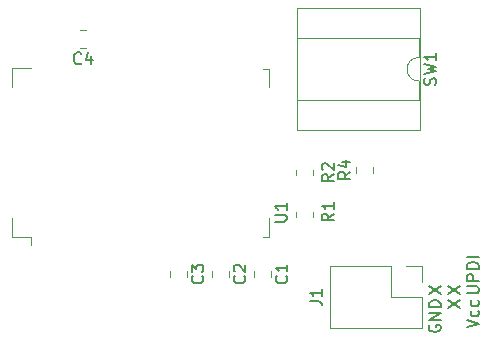
<source format=gbr>
%TF.GenerationSoftware,KiCad,Pcbnew,(6.0.1)*%
%TF.CreationDate,2022-03-15T19:28:32-04:00*%
%TF.ProjectId,WiFi-Board,57694669-2d42-46f6-9172-642e6b696361,rev?*%
%TF.SameCoordinates,Original*%
%TF.FileFunction,Legend,Top*%
%TF.FilePolarity,Positive*%
%FSLAX46Y46*%
G04 Gerber Fmt 4.6, Leading zero omitted, Abs format (unit mm)*
G04 Created by KiCad (PCBNEW (6.0.1)) date 2022-03-15 19:28:32*
%MOMM*%
%LPD*%
G01*
G04 APERTURE LIST*
%ADD10C,0.150000*%
%ADD11C,0.120000*%
G04 APERTURE END LIST*
D10*
X132002000Y-128367214D02*
X131954380Y-128462452D01*
X131954380Y-128605309D01*
X132002000Y-128748166D01*
X132097238Y-128843404D01*
X132192476Y-128891023D01*
X132382952Y-128938642D01*
X132525809Y-128938642D01*
X132716285Y-128891023D01*
X132811523Y-128843404D01*
X132906761Y-128748166D01*
X132954380Y-128605309D01*
X132954380Y-128510071D01*
X132906761Y-128367214D01*
X132859142Y-128319595D01*
X132525809Y-128319595D01*
X132525809Y-128510071D01*
X132954380Y-127891023D02*
X131954380Y-127891023D01*
X132954380Y-127319595D01*
X131954380Y-127319595D01*
X132954380Y-126843404D02*
X131954380Y-126843404D01*
X131954380Y-126605309D01*
X132002000Y-126462452D01*
X132097238Y-126367214D01*
X132192476Y-126319595D01*
X132382952Y-126271976D01*
X132525809Y-126271976D01*
X132716285Y-126319595D01*
X132811523Y-126367214D01*
X132906761Y-126462452D01*
X132954380Y-126605309D01*
X132954380Y-126843404D01*
X133564380Y-126891023D02*
X134564380Y-126224357D01*
X133564380Y-126224357D02*
X134564380Y-126891023D01*
X135174380Y-128557690D02*
X136174380Y-128224357D01*
X135174380Y-127891023D01*
X136126761Y-127129119D02*
X136174380Y-127224357D01*
X136174380Y-127414833D01*
X136126761Y-127510071D01*
X136079142Y-127557690D01*
X135983904Y-127605309D01*
X135698190Y-127605309D01*
X135602952Y-127557690D01*
X135555333Y-127510071D01*
X135507714Y-127414833D01*
X135507714Y-127224357D01*
X135555333Y-127129119D01*
X136126761Y-126271976D02*
X136174380Y-126367214D01*
X136174380Y-126557690D01*
X136126761Y-126652928D01*
X136079142Y-126700547D01*
X135983904Y-126748166D01*
X135698190Y-126748166D01*
X135602952Y-126700547D01*
X135555333Y-126652928D01*
X135507714Y-126557690D01*
X135507714Y-126367214D01*
X135555333Y-126271976D01*
X131954380Y-125743642D02*
X132954380Y-125076976D01*
X131954380Y-125076976D02*
X132954380Y-125743642D01*
X133564380Y-125743642D02*
X134564380Y-125076976D01*
X133564380Y-125076976D02*
X134564380Y-125743642D01*
X135174380Y-125648404D02*
X135983904Y-125648404D01*
X136079142Y-125600785D01*
X136126761Y-125553166D01*
X136174380Y-125457928D01*
X136174380Y-125267452D01*
X136126761Y-125172214D01*
X136079142Y-125124595D01*
X135983904Y-125076976D01*
X135174380Y-125076976D01*
X136174380Y-124600785D02*
X135174380Y-124600785D01*
X135174380Y-124219833D01*
X135222000Y-124124595D01*
X135269619Y-124076976D01*
X135364857Y-124029357D01*
X135507714Y-124029357D01*
X135602952Y-124076976D01*
X135650571Y-124124595D01*
X135698190Y-124219833D01*
X135698190Y-124600785D01*
X136174380Y-123600785D02*
X135174380Y-123600785D01*
X135174380Y-123362690D01*
X135222000Y-123219833D01*
X135317238Y-123124595D01*
X135412476Y-123076976D01*
X135602952Y-123029357D01*
X135745809Y-123029357D01*
X135936285Y-123076976D01*
X136031523Y-123124595D01*
X136126761Y-123219833D01*
X136174380Y-123362690D01*
X136174380Y-123600785D01*
X136174380Y-122600785D02*
X135174380Y-122600785D01*
%TO.C,J1*%
X121880380Y-126312333D02*
X122594666Y-126312333D01*
X122737523Y-126359952D01*
X122832761Y-126455190D01*
X122880380Y-126598047D01*
X122880380Y-126693285D01*
X122880380Y-125312333D02*
X122880380Y-125883761D01*
X122880380Y-125598047D02*
X121880380Y-125598047D01*
X122023238Y-125693285D01*
X122118476Y-125788523D01*
X122166095Y-125883761D01*
%TO.C,R1*%
X123896380Y-118915102D02*
X123420190Y-119248436D01*
X123896380Y-119486531D02*
X122896380Y-119486531D01*
X122896380Y-119105578D01*
X122944000Y-119010340D01*
X122991619Y-118962721D01*
X123086857Y-118915102D01*
X123229714Y-118915102D01*
X123324952Y-118962721D01*
X123372571Y-119010340D01*
X123420190Y-119105578D01*
X123420190Y-119486531D01*
X123896380Y-117962721D02*
X123896380Y-118534150D01*
X123896380Y-118248436D02*
X122896380Y-118248436D01*
X123039238Y-118343674D01*
X123134476Y-118438912D01*
X123182095Y-118534150D01*
%TO.C,C3*%
X112781142Y-124184666D02*
X112828761Y-124232285D01*
X112876380Y-124375142D01*
X112876380Y-124470380D01*
X112828761Y-124613238D01*
X112733523Y-124708476D01*
X112638285Y-124756095D01*
X112447809Y-124803714D01*
X112304952Y-124803714D01*
X112114476Y-124756095D01*
X112019238Y-124708476D01*
X111924000Y-124613238D01*
X111876380Y-124470380D01*
X111876380Y-124375142D01*
X111924000Y-124232285D01*
X111971619Y-124184666D01*
X111876380Y-123851333D02*
X111876380Y-123232285D01*
X112257333Y-123565619D01*
X112257333Y-123422761D01*
X112304952Y-123327523D01*
X112352571Y-123279904D01*
X112447809Y-123232285D01*
X112685904Y-123232285D01*
X112781142Y-123279904D01*
X112828761Y-123327523D01*
X112876380Y-123422761D01*
X112876380Y-123708476D01*
X112828761Y-123803714D01*
X112781142Y-123851333D01*
%TO.C,C1*%
X119893142Y-124184666D02*
X119940761Y-124232285D01*
X119988380Y-124375142D01*
X119988380Y-124470380D01*
X119940761Y-124613238D01*
X119845523Y-124708476D01*
X119750285Y-124756095D01*
X119559809Y-124803714D01*
X119416952Y-124803714D01*
X119226476Y-124756095D01*
X119131238Y-124708476D01*
X119036000Y-124613238D01*
X118988380Y-124470380D01*
X118988380Y-124375142D01*
X119036000Y-124232285D01*
X119083619Y-124184666D01*
X119988380Y-123232285D02*
X119988380Y-123803714D01*
X119988380Y-123518000D02*
X118988380Y-123518000D01*
X119131238Y-123613238D01*
X119226476Y-123708476D01*
X119274095Y-123803714D01*
%TO.C,U1*%
X118908243Y-119593642D02*
X119717767Y-119593642D01*
X119813005Y-119546023D01*
X119860624Y-119498404D01*
X119908243Y-119403166D01*
X119908243Y-119212690D01*
X119860624Y-119117452D01*
X119813005Y-119069833D01*
X119717767Y-119022214D01*
X118908243Y-119022214D01*
X119908243Y-118022214D02*
X119908243Y-118593642D01*
X119908243Y-118307928D02*
X118908243Y-118307928D01*
X119051101Y-118403166D01*
X119146339Y-118498404D01*
X119193958Y-118593642D01*
%TO.C,R2*%
X123896380Y-115586166D02*
X123420190Y-115919500D01*
X123896380Y-116157595D02*
X122896380Y-116157595D01*
X122896380Y-115776642D01*
X122944000Y-115681404D01*
X122991619Y-115633785D01*
X123086857Y-115586166D01*
X123229714Y-115586166D01*
X123324952Y-115633785D01*
X123372571Y-115681404D01*
X123420190Y-115776642D01*
X123420190Y-116157595D01*
X122991619Y-115205214D02*
X122944000Y-115157595D01*
X122896380Y-115062357D01*
X122896380Y-114824261D01*
X122944000Y-114729023D01*
X122991619Y-114681404D01*
X123086857Y-114633785D01*
X123182095Y-114633785D01*
X123324952Y-114681404D01*
X123896380Y-115252833D01*
X123896380Y-114633785D01*
%TO.C,R4*%
X125294380Y-115379166D02*
X124818190Y-115712500D01*
X125294380Y-115950595D02*
X124294380Y-115950595D01*
X124294380Y-115569642D01*
X124342000Y-115474404D01*
X124389619Y-115426785D01*
X124484857Y-115379166D01*
X124627714Y-115379166D01*
X124722952Y-115426785D01*
X124770571Y-115474404D01*
X124818190Y-115569642D01*
X124818190Y-115950595D01*
X124627714Y-114522023D02*
X125294380Y-114522023D01*
X124246761Y-114760119D02*
X124961047Y-114998214D01*
X124961047Y-114379166D01*
%TO.C,SW1*%
X132518761Y-108023333D02*
X132566380Y-107880476D01*
X132566380Y-107642380D01*
X132518761Y-107547142D01*
X132471142Y-107499523D01*
X132375904Y-107451904D01*
X132280666Y-107451904D01*
X132185428Y-107499523D01*
X132137809Y-107547142D01*
X132090190Y-107642380D01*
X132042571Y-107832857D01*
X131994952Y-107928095D01*
X131947333Y-107975714D01*
X131852095Y-108023333D01*
X131756857Y-108023333D01*
X131661619Y-107975714D01*
X131614000Y-107928095D01*
X131566380Y-107832857D01*
X131566380Y-107594761D01*
X131614000Y-107451904D01*
X131566380Y-107118571D02*
X132566380Y-106880476D01*
X131852095Y-106690000D01*
X132566380Y-106499523D01*
X131566380Y-106261428D01*
X132566380Y-105356666D02*
X132566380Y-105928095D01*
X132566380Y-105642380D02*
X131566380Y-105642380D01*
X131709238Y-105737619D01*
X131804476Y-105832857D01*
X131852095Y-105928095D01*
%TO.C,C4*%
X102515333Y-106177142D02*
X102467714Y-106224761D01*
X102324857Y-106272380D01*
X102229619Y-106272380D01*
X102086761Y-106224761D01*
X101991523Y-106129523D01*
X101943904Y-106034285D01*
X101896285Y-105843809D01*
X101896285Y-105700952D01*
X101943904Y-105510476D01*
X101991523Y-105415238D01*
X102086761Y-105320000D01*
X102229619Y-105272380D01*
X102324857Y-105272380D01*
X102467714Y-105320000D01*
X102515333Y-105367619D01*
X103372476Y-105605714D02*
X103372476Y-106272380D01*
X103134380Y-105224761D02*
X102896285Y-105939047D01*
X103515333Y-105939047D01*
%TO.C,C2*%
X116337142Y-124184666D02*
X116384761Y-124232285D01*
X116432380Y-124375142D01*
X116432380Y-124470380D01*
X116384761Y-124613238D01*
X116289523Y-124708476D01*
X116194285Y-124756095D01*
X116003809Y-124803714D01*
X115860952Y-124803714D01*
X115670476Y-124756095D01*
X115575238Y-124708476D01*
X115480000Y-124613238D01*
X115432380Y-124470380D01*
X115432380Y-124375142D01*
X115480000Y-124232285D01*
X115527619Y-124184666D01*
X115527619Y-123803714D02*
X115480000Y-123756095D01*
X115432380Y-123660857D01*
X115432380Y-123422761D01*
X115480000Y-123327523D01*
X115527619Y-123279904D01*
X115622857Y-123232285D01*
X115718095Y-123232285D01*
X115860952Y-123279904D01*
X116432380Y-123851333D01*
X116432380Y-123232285D01*
D11*
%TO.C,J1*%
X131363000Y-128579000D02*
X123623000Y-128579000D01*
X131363000Y-123379000D02*
X131363000Y-124709000D01*
X131363000Y-125979000D02*
X131363000Y-128579000D01*
X128763000Y-123379000D02*
X123623000Y-123379000D01*
X128763000Y-125979000D02*
X131363000Y-125979000D01*
X128763000Y-123379000D02*
X128763000Y-125979000D01*
X123623000Y-123379000D02*
X123623000Y-128579000D01*
X130033000Y-123379000D02*
X131363000Y-123379000D01*
%TO.C,R1*%
X122147000Y-119202564D02*
X122147000Y-118748436D01*
X120677000Y-119202564D02*
X120677000Y-118748436D01*
%TO.C,C3*%
X111479000Y-123756748D02*
X111479000Y-124279252D01*
X110009000Y-123756748D02*
X110009000Y-124279252D01*
%TO.C,C1*%
X117121000Y-123756748D02*
X117121000Y-124279252D01*
X118591000Y-123756748D02*
X118591000Y-124279252D01*
%TO.C,U1*%
X118412138Y-108230770D02*
X118412138Y-106630770D01*
X118390813Y-120908581D02*
X118390813Y-119308581D01*
X98304670Y-120903780D02*
X98304670Y-121593780D01*
X117895813Y-120908581D02*
X118390813Y-120908581D01*
X96699670Y-119303780D02*
X96699670Y-120903780D01*
X96704539Y-106626951D02*
X98304539Y-106626951D01*
X96699539Y-106626951D02*
X96699539Y-108226951D01*
X96699670Y-120903780D02*
X98304670Y-120903780D01*
X118407138Y-106630770D02*
X117907138Y-106630770D01*
%TO.C,R2*%
X120677000Y-115192436D02*
X120677000Y-115646564D01*
X122147000Y-115192436D02*
X122147000Y-115646564D01*
%TO.C,R4*%
X125757000Y-115439564D02*
X125757000Y-114985436D01*
X127227000Y-115439564D02*
X127227000Y-114985436D01*
%TO.C,SW1*%
X131114000Y-105690000D02*
X131114000Y-104040000D01*
X131114000Y-109340000D02*
X131114000Y-107690000D01*
X131174000Y-111830000D02*
X131174000Y-101550000D01*
X131174000Y-101550000D02*
X120774000Y-101550000D01*
X120834000Y-109340000D02*
X131114000Y-109340000D01*
X131114000Y-104040000D02*
X120834000Y-104040000D01*
X120774000Y-111830000D02*
X131174000Y-111830000D01*
X120774000Y-101550000D02*
X120774000Y-111830000D01*
X120834000Y-104040000D02*
X120834000Y-109340000D01*
X131114000Y-105690000D02*
G75*
G03*
X131114000Y-107690000I0J-1000000D01*
G01*
%TO.C,C4*%
X102943252Y-104875000D02*
X102420748Y-104875000D01*
X102943252Y-103405000D02*
X102420748Y-103405000D01*
%TO.C,C2*%
X113565000Y-123756748D02*
X113565000Y-124279252D01*
X115035000Y-123756748D02*
X115035000Y-124279252D01*
%TD*%
M02*

</source>
